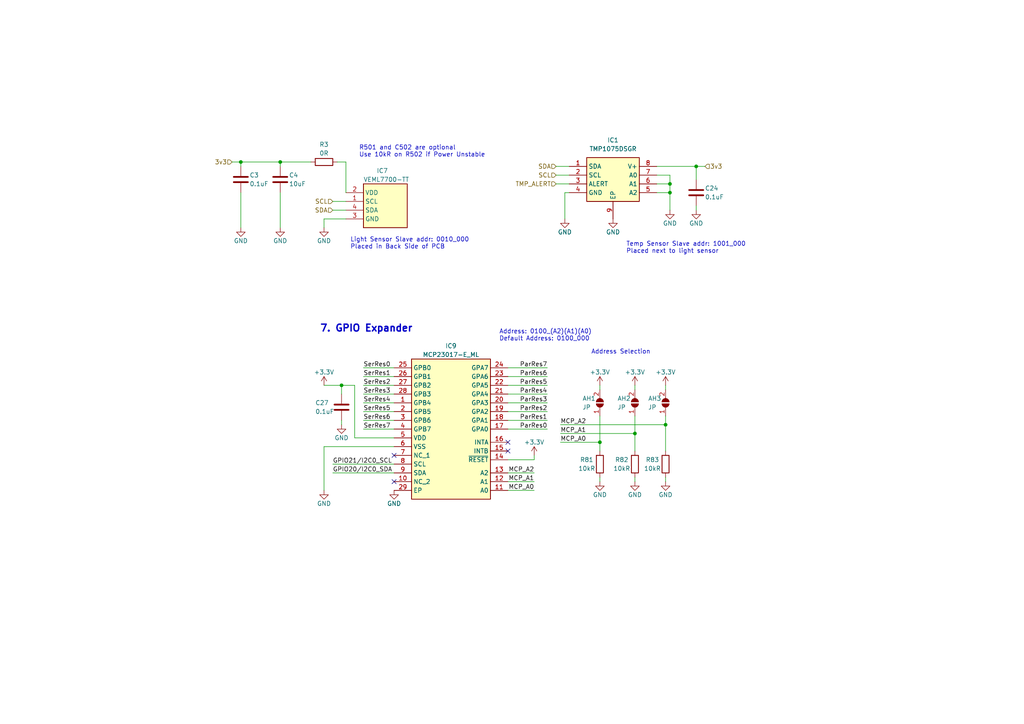
<source format=kicad_sch>
(kicad_sch (version 20230121) (generator eeschema)

  (uuid d9048cec-8a0a-4134-9f79-f35fa5f46baa)

  (paper "A4")

  (lib_symbols
    (symbol "Device:C" (pin_numbers hide) (pin_names (offset 0.254)) (in_bom yes) (on_board yes)
      (property "Reference" "C" (at 0.635 2.54 0)
        (effects (font (size 1.27 1.27)) (justify left))
      )
      (property "Value" "C" (at 0.635 -2.54 0)
        (effects (font (size 1.27 1.27)) (justify left))
      )
      (property "Footprint" "" (at 0.9652 -3.81 0)
        (effects (font (size 1.27 1.27)) hide)
      )
      (property "Datasheet" "~" (at 0 0 0)
        (effects (font (size 1.27 1.27)) hide)
      )
      (property "ki_keywords" "cap capacitor" (at 0 0 0)
        (effects (font (size 1.27 1.27)) hide)
      )
      (property "ki_description" "Unpolarized capacitor" (at 0 0 0)
        (effects (font (size 1.27 1.27)) hide)
      )
      (property "ki_fp_filters" "C_*" (at 0 0 0)
        (effects (font (size 1.27 1.27)) hide)
      )
      (symbol "C_0_1"
        (polyline
          (pts
            (xy -2.032 -0.762)
            (xy 2.032 -0.762)
          )
          (stroke (width 0.508) (type default))
          (fill (type none))
        )
        (polyline
          (pts
            (xy -2.032 0.762)
            (xy 2.032 0.762)
          )
          (stroke (width 0.508) (type default))
          (fill (type none))
        )
      )
      (symbol "C_1_1"
        (pin passive line (at 0 3.81 270) (length 2.794)
          (name "~" (effects (font (size 1.27 1.27))))
          (number "1" (effects (font (size 1.27 1.27))))
        )
        (pin passive line (at 0 -3.81 90) (length 2.794)
          (name "~" (effects (font (size 1.27 1.27))))
          (number "2" (effects (font (size 1.27 1.27))))
        )
      )
    )
    (symbol "Device:R" (pin_numbers hide) (pin_names (offset 0)) (in_bom yes) (on_board yes)
      (property "Reference" "R" (at 2.032 0 90)
        (effects (font (size 1.27 1.27)))
      )
      (property "Value" "R" (at 0 0 90)
        (effects (font (size 1.27 1.27)))
      )
      (property "Footprint" "" (at -1.778 0 90)
        (effects (font (size 1.27 1.27)) hide)
      )
      (property "Datasheet" "~" (at 0 0 0)
        (effects (font (size 1.27 1.27)) hide)
      )
      (property "ki_keywords" "R res resistor" (at 0 0 0)
        (effects (font (size 1.27 1.27)) hide)
      )
      (property "ki_description" "Resistor" (at 0 0 0)
        (effects (font (size 1.27 1.27)) hide)
      )
      (property "ki_fp_filters" "R_*" (at 0 0 0)
        (effects (font (size 1.27 1.27)) hide)
      )
      (symbol "R_0_1"
        (rectangle (start -1.016 -2.54) (end 1.016 2.54)
          (stroke (width 0.254) (type default))
          (fill (type none))
        )
      )
      (symbol "R_1_1"
        (pin passive line (at 0 3.81 270) (length 1.27)
          (name "~" (effects (font (size 1.27 1.27))))
          (number "1" (effects (font (size 1.27 1.27))))
        )
        (pin passive line (at 0 -3.81 90) (length 1.27)
          (name "~" (effects (font (size 1.27 1.27))))
          (number "2" (effects (font (size 1.27 1.27))))
        )
      )
    )
    (symbol "Jumper:SolderJumper_2_Open" (pin_names (offset 0) hide) (in_bom yes) (on_board yes)
      (property "Reference" "JP" (at 0 2.032 0)
        (effects (font (size 1.27 1.27)))
      )
      (property "Value" "SolderJumper_2_Open" (at 0 -2.54 0)
        (effects (font (size 1.27 1.27)))
      )
      (property "Footprint" "" (at 0 0 0)
        (effects (font (size 1.27 1.27)) hide)
      )
      (property "Datasheet" "~" (at 0 0 0)
        (effects (font (size 1.27 1.27)) hide)
      )
      (property "ki_keywords" "solder jumper SPST" (at 0 0 0)
        (effects (font (size 1.27 1.27)) hide)
      )
      (property "ki_description" "Solder Jumper, 2-pole, open" (at 0 0 0)
        (effects (font (size 1.27 1.27)) hide)
      )
      (property "ki_fp_filters" "SolderJumper*Open*" (at 0 0 0)
        (effects (font (size 1.27 1.27)) hide)
      )
      (symbol "SolderJumper_2_Open_0_1"
        (arc (start -0.254 1.016) (mid -1.2656 0) (end -0.254 -1.016)
          (stroke (width 0) (type default))
          (fill (type none))
        )
        (arc (start -0.254 1.016) (mid -1.2656 0) (end -0.254 -1.016)
          (stroke (width 0) (type default))
          (fill (type outline))
        )
        (polyline
          (pts
            (xy -0.254 1.016)
            (xy -0.254 -1.016)
          )
          (stroke (width 0) (type default))
          (fill (type none))
        )
        (polyline
          (pts
            (xy 0.254 1.016)
            (xy 0.254 -1.016)
          )
          (stroke (width 0) (type default))
          (fill (type none))
        )
        (arc (start 0.254 -1.016) (mid 1.2656 0) (end 0.254 1.016)
          (stroke (width 0) (type default))
          (fill (type none))
        )
        (arc (start 0.254 -1.016) (mid 1.2656 0) (end 0.254 1.016)
          (stroke (width 0) (type default))
          (fill (type outline))
        )
      )
      (symbol "SolderJumper_2_Open_1_1"
        (pin passive line (at -3.81 0 0) (length 2.54)
          (name "A" (effects (font (size 1.27 1.27))))
          (number "1" (effects (font (size 1.27 1.27))))
        )
        (pin passive line (at 3.81 0 180) (length 2.54)
          (name "B" (effects (font (size 1.27 1.27))))
          (number "2" (effects (font (size 1.27 1.27))))
        )
      )
    )
    (symbol "MCP23017-E_ML:MCP23017-E_ML" (in_bom yes) (on_board yes)
      (property "Reference" "IC1" (at 16.51 13.97 0)
        (effects (font (size 1.27 1.27)))
      )
      (property "Value" "MCP23017-E_ML" (at 16.51 11.43 0)
        (effects (font (size 1.27 1.27)))
      )
      (property "Footprint" "MCP23017-E_ML:QFN65P600X600X100-29N-D" (at 29.21 -87.3 0)
        (effects (font (size 1.27 1.27)) (justify left top) hide)
      )
      (property "Datasheet" "https://datasheet.datasheetarchive.com/originals/distributors/SFDatasheet-4/sf-00090057.pdf" (at 29.21 -187.3 0)
        (effects (font (size 1.27 1.27)) (justify left top) hide)
      )
      (property "Height" "1" (at 29.21 -387.3 0)
        (effects (font (size 1.27 1.27)) (justify left top) hide)
      )
      (property "Mouser Part Number" "579-MCP23017-E/ML" (at 29.21 -487.3 0)
        (effects (font (size 1.27 1.27)) (justify left top) hide)
      )
      (property "Mouser Price/Stock" "https://www.mouser.co.uk/ProductDetail/Microchip-Technology/MCP23017-E-ML?qs=usxtMOJb1RwOdfCNDE63wQ%3D%3D" (at 29.21 -587.3 0)
        (effects (font (size 1.27 1.27)) (justify left top) hide)
      )
      (property "Manufacturer_Name" "Microchip" (at 29.21 -687.3 0)
        (effects (font (size 1.27 1.27)) (justify left top) hide)
      )
      (property "Manufacturer_Part_Number" "MCP23017-E/ML" (at 29.21 -787.3 0)
        (effects (font (size 1.27 1.27)) (justify left top) hide)
      )
      (property "ki_description" "16-bit Input/Output Expander, I2C" (at 0 0 0)
        (effects (font (size 1.27 1.27)) hide)
      )
      (symbol "MCP23017-E_ML_1_1"
        (rectangle (start 5.08 10.16) (end 27.94 -30.48)
          (stroke (width 0.254) (type default))
          (fill (type background))
        )
        (pin passive line (at 0 -2.54 0) (length 5.08)
          (name "GPB4" (effects (font (size 1.27 1.27))))
          (number "1" (effects (font (size 1.27 1.27))))
        )
        (pin passive line (at 0 -25.4 0) (length 5.08)
          (name "NC_2" (effects (font (size 1.27 1.27))))
          (number "10" (effects (font (size 1.27 1.27))))
        )
        (pin passive line (at 33.02 -27.94 180) (length 5.08)
          (name "A0" (effects (font (size 1.27 1.27))))
          (number "11" (effects (font (size 1.27 1.27))))
        )
        (pin passive line (at 33.02 -25.4 180) (length 5.08)
          (name "A1" (effects (font (size 1.27 1.27))))
          (number "12" (effects (font (size 1.27 1.27))))
        )
        (pin passive line (at 33.02 -22.86 180) (length 5.08)
          (name "A2" (effects (font (size 1.27 1.27))))
          (number "13" (effects (font (size 1.27 1.27))))
        )
        (pin passive line (at 33.02 -19.05 180) (length 5.08)
          (name "~{RESET}" (effects (font (size 1.27 1.27))))
          (number "14" (effects (font (size 1.27 1.27))))
        )
        (pin passive line (at 33.02 -16.51 180) (length 5.08)
          (name "INTB" (effects (font (size 1.27 1.27))))
          (number "15" (effects (font (size 1.27 1.27))))
        )
        (pin passive line (at 33.02 -13.97 180) (length 5.08)
          (name "INTA" (effects (font (size 1.27 1.27))))
          (number "16" (effects (font (size 1.27 1.27))))
        )
        (pin passive line (at 33.02 -10.16 180) (length 5.08)
          (name "GPA0" (effects (font (size 1.27 1.27))))
          (number "17" (effects (font (size 1.27 1.27))))
        )
        (pin passive line (at 33.02 -7.62 180) (length 5.08)
          (name "GPA1" (effects (font (size 1.27 1.27))))
          (number "18" (effects (font (size 1.27 1.27))))
        )
        (pin passive line (at 33.02 -5.08 180) (length 5.08)
          (name "GPA2" (effects (font (size 1.27 1.27))))
          (number "19" (effects (font (size 1.27 1.27))))
        )
        (pin passive line (at 0 -5.08 0) (length 5.08)
          (name "GPB5" (effects (font (size 1.27 1.27))))
          (number "2" (effects (font (size 1.27 1.27))))
        )
        (pin passive line (at 33.02 -2.54 180) (length 5.08)
          (name "GPA3" (effects (font (size 1.27 1.27))))
          (number "20" (effects (font (size 1.27 1.27))))
        )
        (pin passive line (at 33.02 0 180) (length 5.08)
          (name "GPA4" (effects (font (size 1.27 1.27))))
          (number "21" (effects (font (size 1.27 1.27))))
        )
        (pin passive line (at 33.02 2.54 180) (length 5.08)
          (name "GPA5" (effects (font (size 1.27 1.27))))
          (number "22" (effects (font (size 1.27 1.27))))
        )
        (pin passive line (at 33.02 5.08 180) (length 5.08)
          (name "GPA6" (effects (font (size 1.27 1.27))))
          (number "23" (effects (font (size 1.27 1.27))))
        )
        (pin passive line (at 33.02 7.62 180) (length 5.08)
          (name "GPA7" (effects (font (size 1.27 1.27))))
          (number "24" (effects (font (size 1.27 1.27))))
        )
        (pin passive line (at 0 7.62 0) (length 5.08)
          (name "GPB0" (effects (font (size 1.27 1.27))))
          (number "25" (effects (font (size 1.27 1.27))))
        )
        (pin passive line (at 0 5.08 0) (length 5.08)
          (name "GPB1" (effects (font (size 1.27 1.27))))
          (number "26" (effects (font (size 1.27 1.27))))
        )
        (pin passive line (at 0 2.54 0) (length 5.08)
          (name "GPB2" (effects (font (size 1.27 1.27))))
          (number "27" (effects (font (size 1.27 1.27))))
        )
        (pin passive line (at 0 0 0) (length 5.08)
          (name "GPB3" (effects (font (size 1.27 1.27))))
          (number "28" (effects (font (size 1.27 1.27))))
        )
        (pin passive line (at 0 -27.94 0) (length 5.08)
          (name "EP" (effects (font (size 1.27 1.27))))
          (number "29" (effects (font (size 1.27 1.27))))
        )
        (pin passive line (at 0 -7.62 0) (length 5.08)
          (name "GPB6" (effects (font (size 1.27 1.27))))
          (number "3" (effects (font (size 1.27 1.27))))
        )
        (pin passive line (at 0 -10.16 0) (length 5.08)
          (name "GPB7" (effects (font (size 1.27 1.27))))
          (number "4" (effects (font (size 1.27 1.27))))
        )
        (pin passive line (at 0 -12.7 0) (length 5.08)
          (name "VDD" (effects (font (size 1.27 1.27))))
          (number "5" (effects (font (size 1.27 1.27))))
        )
        (pin passive line (at 0 -15.24 0) (length 5.08)
          (name "VSS" (effects (font (size 1.27 1.27))))
          (number "6" (effects (font (size 1.27 1.27))))
        )
        (pin passive line (at 0 -17.78 0) (length 5.08)
          (name "NC_1" (effects (font (size 1.27 1.27))))
          (number "7" (effects (font (size 1.27 1.27))))
        )
        (pin passive line (at 0 -20.32 0) (length 5.08)
          (name "SCL" (effects (font (size 1.27 1.27))))
          (number "8" (effects (font (size 1.27 1.27))))
        )
        (pin passive line (at 0 -22.86 0) (length 5.08)
          (name "SDA" (effects (font (size 1.27 1.27))))
          (number "9" (effects (font (size 1.27 1.27))))
        )
      )
    )
    (symbol "TMP1075DSGR:TMP1075DSGR" (in_bom yes) (on_board yes)
      (property "Reference" "IC2" (at 12.7 6.35 0)
        (effects (font (size 1.27 1.27)))
      )
      (property "Value" "TMP1075DSGR" (at 12.7 3.81 0)
        (effects (font (size 1.27 1.27)))
      )
      (property "Footprint" "TMP1075DSGR:SON50P200X200X80-9N" (at 26.67 -94.92 0)
        (effects (font (size 1.27 1.27)) (justify left top) hide)
      )
      (property "Datasheet" "http://www.ti.com/lit/ds/symlink/tmp1075.pdf" (at 26.67 -194.92 0)
        (effects (font (size 1.27 1.27)) (justify left top) hide)
      )
      (property "Height" "0.8" (at 26.67 -394.92 0)
        (effects (font (size 1.27 1.27)) (justify left top) hide)
      )
      (property "Mouser Part Number" "595-TMP1075DSGR" (at 26.67 -494.92 0)
        (effects (font (size 1.27 1.27)) (justify left top) hide)
      )
      (property "Mouser Price/Stock" "https://www.mouser.co.uk/ProductDetail/Texas-Instruments/TMP1075DSGR?qs=gZXFycFWdAOidBdJW42bRw%3D%3D" (at 26.67 -594.92 0)
        (effects (font (size 1.27 1.27)) (justify left top) hide)
      )
      (property "Manufacturer_Name" "Texas Instruments" (at 26.67 -694.92 0)
        (effects (font (size 1.27 1.27)) (justify left top) hide)
      )
      (property "Manufacturer_Part_Number" "TMP1075DSGR" (at 26.67 -794.92 0)
        (effects (font (size 1.27 1.27)) (justify left top) hide)
      )
      (property "ki_description" "High-accuracy upgrade to industry standard LM75 / TMP75 I2C temperature sensor" (at 0 0 0)
        (effects (font (size 1.27 1.27)) hide)
      )
      (symbol "TMP1075DSGR_1_1"
        (rectangle (start 5.08 2.54) (end 20.32 -10.16)
          (stroke (width 0.254) (type default))
          (fill (type background))
        )
        (pin passive line (at 0 0 0) (length 5.08)
          (name "SDA" (effects (font (size 1.27 1.27))))
          (number "1" (effects (font (size 1.27 1.27))))
        )
        (pin passive line (at 0 -2.54 0) (length 5.08)
          (name "SCL" (effects (font (size 1.27 1.27))))
          (number "2" (effects (font (size 1.27 1.27))))
        )
        (pin passive line (at 0 -5.08 0) (length 5.08)
          (name "ALERT" (effects (font (size 1.27 1.27))))
          (number "3" (effects (font (size 1.27 1.27))))
        )
        (pin passive line (at 0 -7.62 0) (length 5.08)
          (name "GND" (effects (font (size 1.27 1.27))))
          (number "4" (effects (font (size 1.27 1.27))))
        )
        (pin passive line (at 25.4 -7.62 180) (length 5.08)
          (name "A2" (effects (font (size 1.27 1.27))))
          (number "5" (effects (font (size 1.27 1.27))))
        )
        (pin passive line (at 25.4 -5.08 180) (length 5.08)
          (name "A1" (effects (font (size 1.27 1.27))))
          (number "6" (effects (font (size 1.27 1.27))))
        )
        (pin passive line (at 25.4 -2.54 180) (length 5.08)
          (name "A0" (effects (font (size 1.27 1.27))))
          (number "7" (effects (font (size 1.27 1.27))))
        )
        (pin passive line (at 25.4 0 180) (length 5.08)
          (name "V+" (effects (font (size 1.27 1.27))))
          (number "8" (effects (font (size 1.27 1.27))))
        )
        (pin passive line (at 12.7 -15.24 90) (length 5.08)
          (name "EP" (effects (font (size 1.27 1.27))))
          (number "9" (effects (font (size 1.27 1.27))))
        )
      )
    )
    (symbol "VEML7700-TT:VEML7700-TT" (in_bom yes) (on_board yes)
      (property "Reference" "IC3" (at 19.05 -2.54 0)
        (effects (font (size 1.27 1.27)) (justify left))
      )
      (property "Value" "VEML7700-TT" (at 19.05 -5.08 0)
        (effects (font (size 1.27 1.27)) (justify left))
      )
      (property "Footprint" "VEML7700" (at 19.05 -94.92 0)
        (effects (font (size 1.27 1.27)) (justify left top) hide)
      )
      (property "Datasheet" "https://www.arrow.com/en/products/veml7700-tt/vishay" (at 19.05 -194.92 0)
        (effects (font (size 1.27 1.27)) (justify left top) hide)
      )
      (property "Height" "" (at 19.05 -394.92 0)
        (effects (font (size 1.27 1.27)) (justify left top) hide)
      )
      (property "Mouser Part Number" "78-VEML7700-TT" (at 19.05 -494.92 0)
        (effects (font (size 1.27 1.27)) (justify left top) hide)
      )
      (property "Mouser Price/Stock" "https://www.mouser.co.uk/ProductDetail/Vishay-Semiconductors/VEML7700-TT?qs=BcfjnG7NVaXdL6DJFdWbdw%3D%3D" (at 19.05 -594.92 0)
        (effects (font (size 1.27 1.27)) (justify left top) hide)
      )
      (property "Manufacturer_Name" "Vishay" (at 19.05 -694.92 0)
        (effects (font (size 1.27 1.27)) (justify left top) hide)
      )
      (property "Manufacturer_Part_Number" "VEML7700-TT" (at 19.05 -794.92 0)
        (effects (font (size 1.27 1.27)) (justify left top) hide)
      )
      (property "ki_description" "16Bit Ambient Light Sensor I2C 6.8x2.3mm" (at 0 0 0)
        (effects (font (size 1.27 1.27)) hide)
      )
      (symbol "VEML7700-TT_1_1"
        (rectangle (start 5.08 2.54) (end 17.78 -10.16)
          (stroke (width 0.254) (type default))
          (fill (type background))
        )
        (pin passive line (at 0 -2.54 0) (length 5.08)
          (name "SCL" (effects (font (size 1.27 1.27))))
          (number "1" (effects (font (size 1.27 1.27))))
        )
        (pin passive line (at 0 0 0) (length 5.08)
          (name "VDD" (effects (font (size 1.27 1.27))))
          (number "2" (effects (font (size 1.27 1.27))))
        )
        (pin passive line (at 0 -7.62 0) (length 5.08)
          (name "GND" (effects (font (size 1.27 1.27))))
          (number "3" (effects (font (size 1.27 1.27))))
        )
        (pin passive line (at 0 -5.08 0) (length 5.08)
          (name "SDA" (effects (font (size 1.27 1.27))))
          (number "4" (effects (font (size 1.27 1.27))))
        )
      )
    )
    (symbol "power:+3.3V" (power) (pin_names (offset 0)) (in_bom yes) (on_board yes)
      (property "Reference" "#PWR" (at 0 -3.81 0)
        (effects (font (size 1.27 1.27)) hide)
      )
      (property "Value" "+3.3V" (at 0 3.556 0)
        (effects (font (size 1.27 1.27)))
      )
      (property "Footprint" "" (at 0 0 0)
        (effects (font (size 1.27 1.27)) hide)
      )
      (property "Datasheet" "" (at 0 0 0)
        (effects (font (size 1.27 1.27)) hide)
      )
      (property "ki_keywords" "global power" (at 0 0 0)
        (effects (font (size 1.27 1.27)) hide)
      )
      (property "ki_description" "Power symbol creates a global label with name \"+3.3V\"" (at 0 0 0)
        (effects (font (size 1.27 1.27)) hide)
      )
      (symbol "+3.3V_0_1"
        (polyline
          (pts
            (xy -0.762 1.27)
            (xy 0 2.54)
          )
          (stroke (width 0) (type default))
          (fill (type none))
        )
        (polyline
          (pts
            (xy 0 0)
            (xy 0 2.54)
          )
          (stroke (width 0) (type default))
          (fill (type none))
        )
        (polyline
          (pts
            (xy 0 2.54)
            (xy 0.762 1.27)
          )
          (stroke (width 0) (type default))
          (fill (type none))
        )
      )
      (symbol "+3.3V_1_1"
        (pin power_in line (at 0 0 90) (length 0) hide
          (name "+3.3V" (effects (font (size 1.27 1.27))))
          (number "1" (effects (font (size 1.27 1.27))))
        )
      )
    )
    (symbol "power:GND" (power) (pin_names (offset 0)) (in_bom yes) (on_board yes)
      (property "Reference" "#PWR" (at 0 -6.35 0)
        (effects (font (size 1.27 1.27)) hide)
      )
      (property "Value" "GND" (at 0 -3.81 0)
        (effects (font (size 1.27 1.27)))
      )
      (property "Footprint" "" (at 0 0 0)
        (effects (font (size 1.27 1.27)) hide)
      )
      (property "Datasheet" "" (at 0 0 0)
        (effects (font (size 1.27 1.27)) hide)
      )
      (property "ki_keywords" "global power" (at 0 0 0)
        (effects (font (size 1.27 1.27)) hide)
      )
      (property "ki_description" "Power symbol creates a global label with name \"GND\" , ground" (at 0 0 0)
        (effects (font (size 1.27 1.27)) hide)
      )
      (symbol "GND_0_1"
        (polyline
          (pts
            (xy 0 0)
            (xy 0 -1.27)
            (xy 1.27 -1.27)
            (xy 0 -2.54)
            (xy -1.27 -1.27)
            (xy 0 -1.27)
          )
          (stroke (width 0) (type default))
          (fill (type none))
        )
      )
      (symbol "GND_1_1"
        (pin power_in line (at 0 0 270) (length 0) hide
          (name "GND" (effects (font (size 1.27 1.27))))
          (number "1" (effects (font (size 1.27 1.27))))
        )
      )
    )
  )

  (junction (at 184.15 125.73) (diameter 0) (color 0 0 0 0)
    (uuid 1286c6b5-9dbf-4351-80ee-b974adb305e6)
  )
  (junction (at 99.06 111.76) (diameter 0) (color 0 0 0 0)
    (uuid 50110e2e-5826-4028-a0b4-08b29e3ff92b)
  )
  (junction (at 194.31 53.34) (diameter 0) (color 0 0 0 0)
    (uuid 6f9d7b85-99f7-4f37-a666-a51216b5c06b)
  )
  (junction (at 193.04 123.19) (diameter 0) (color 0 0 0 0)
    (uuid 7389bd2e-dbcc-4533-a878-db709346e91b)
  )
  (junction (at 81.28 46.99) (diameter 0) (color 0 0 0 0)
    (uuid 7b2150fb-61de-442f-9573-d64405b8faca)
  )
  (junction (at 201.93 48.26) (diameter 0) (color 0 0 0 0)
    (uuid 99c1a115-2bb5-48f1-af54-7c2670101244)
  )
  (junction (at 69.85 46.99) (diameter 0) (color 0 0 0 0)
    (uuid 9c64bf4b-c99e-42ae-a1e2-4c18919aa92f)
  )
  (junction (at 194.31 55.88) (diameter 0) (color 0 0 0 0)
    (uuid a9eade42-5c97-45b3-8e6a-ace6329aca07)
  )
  (junction (at 173.99 128.27) (diameter 0) (color 0 0 0 0)
    (uuid b719205d-5f5a-42e8-8441-2b1e2a4d5040)
  )

  (no_connect (at 114.3 139.7) (uuid 0bb58abe-54ee-4867-a492-1509f49a089d))
  (no_connect (at 114.3 132.08) (uuid 60f8acbb-7095-46f8-a15a-090d13b27932))
  (no_connect (at 147.32 128.27) (uuid 6466b16b-72a6-47b5-afc5-fa071796225d))
  (no_connect (at 147.32 130.81) (uuid b44051c5-a5dd-4a7d-ac0b-4b49306176ad))

  (wire (pts (xy 184.15 111.76) (xy 184.15 113.03))
    (stroke (width 0) (type default))
    (uuid 067d3608-9a64-459b-8ea8-824e6cc6557b)
  )
  (wire (pts (xy 158.75 106.68) (xy 147.32 106.68))
    (stroke (width 0) (type default))
    (uuid 0d827aad-3316-46f9-97ec-0a93b509ec43)
  )
  (wire (pts (xy 69.85 55.88) (xy 69.85 66.04))
    (stroke (width 0) (type default))
    (uuid 10dc6e24-ad24-4ade-acbf-56ad5c6be666)
  )
  (wire (pts (xy 158.75 124.46) (xy 147.32 124.46))
    (stroke (width 0) (type default))
    (uuid 110fb029-5934-4ba5-aad0-757aa36671e5)
  )
  (wire (pts (xy 69.85 46.99) (xy 81.28 46.99))
    (stroke (width 0) (type default))
    (uuid 1322b93b-d7e5-4d97-9b02-686ae7c743da)
  )
  (wire (pts (xy 105.41 119.38) (xy 114.3 119.38))
    (stroke (width 0) (type default))
    (uuid 153013d3-086b-4e81-981a-cafc314cf21d)
  )
  (wire (pts (xy 190.5 50.8) (xy 194.31 50.8))
    (stroke (width 0) (type default))
    (uuid 1824c99d-1a21-4a8d-b42e-d6013cb7689d)
  )
  (wire (pts (xy 184.15 139.7) (xy 184.15 138.43))
    (stroke (width 0) (type default))
    (uuid 1b50fd76-2c09-4266-8782-aba95707d023)
  )
  (wire (pts (xy 147.32 137.16) (xy 154.94 137.16))
    (stroke (width 0) (type default))
    (uuid 212db1d2-a20e-496c-810e-69a081f0c86b)
  )
  (wire (pts (xy 96.52 58.42) (xy 100.33 58.42))
    (stroke (width 0) (type default))
    (uuid 218bd9f0-37cb-4f1c-8109-d8744b17a26a)
  )
  (wire (pts (xy 201.93 59.69) (xy 201.93 60.96))
    (stroke (width 0) (type default))
    (uuid 2839e9b8-ac1b-4ad1-a57e-36214998b0d5)
  )
  (wire (pts (xy 96.52 60.96) (xy 100.33 60.96))
    (stroke (width 0) (type default))
    (uuid 2a72d3a1-f400-4af3-94bc-6e3b447f92ab)
  )
  (wire (pts (xy 96.52 134.62) (xy 114.3 134.62))
    (stroke (width 0) (type default))
    (uuid 2c74a700-3638-4d9e-ada5-757acb072064)
  )
  (wire (pts (xy 105.41 106.68) (xy 114.3 106.68))
    (stroke (width 0) (type default))
    (uuid 32293bc7-f536-4066-8ea9-5ab2e4a3aca3)
  )
  (wire (pts (xy 114.3 129.54) (xy 93.98 129.54))
    (stroke (width 0) (type default))
    (uuid 370a8059-2a1c-403f-af25-d366b65b3a5a)
  )
  (wire (pts (xy 193.04 111.76) (xy 193.04 113.03))
    (stroke (width 0) (type default))
    (uuid 3b0964c5-e206-43ee-beab-255f91eb0fd5)
  )
  (wire (pts (xy 158.75 116.84) (xy 147.32 116.84))
    (stroke (width 0) (type default))
    (uuid 3c4cf9e2-4fe7-4d9c-a279-37a84f4b8cbc)
  )
  (wire (pts (xy 162.56 125.73) (xy 184.15 125.73))
    (stroke (width 0) (type default))
    (uuid 3d32ad07-09ad-4232-a392-e99e74de3eaf)
  )
  (wire (pts (xy 184.15 120.65) (xy 184.15 125.73))
    (stroke (width 0) (type default))
    (uuid 40335d2a-c1ab-418a-ba9d-8eccec2a26c1)
  )
  (wire (pts (xy 193.04 139.7) (xy 193.04 138.43))
    (stroke (width 0) (type default))
    (uuid 4194fdcc-af71-40b1-8b44-e4c7bbea8eb6)
  )
  (wire (pts (xy 201.93 48.26) (xy 201.93 52.07))
    (stroke (width 0) (type default))
    (uuid 42e9d713-04b8-434b-a232-434b94bff237)
  )
  (wire (pts (xy 194.31 55.88) (xy 194.31 60.96))
    (stroke (width 0) (type default))
    (uuid 45f57f32-4320-465f-a18f-94f04c0ebbd9)
  )
  (wire (pts (xy 105.41 124.46) (xy 114.3 124.46))
    (stroke (width 0) (type default))
    (uuid 470cd334-2d5c-44e5-98ac-64f32505ccf5)
  )
  (wire (pts (xy 100.33 63.5) (xy 93.98 63.5))
    (stroke (width 0) (type default))
    (uuid 473b9e80-6252-409c-8a57-15a814dfed8e)
  )
  (wire (pts (xy 93.98 129.54) (xy 93.98 142.24))
    (stroke (width 0) (type default))
    (uuid 47f17d3d-3a91-4698-a8d2-53ccfe8a1002)
  )
  (wire (pts (xy 105.41 111.76) (xy 114.3 111.76))
    (stroke (width 0) (type default))
    (uuid 49b0d773-f8f7-4e80-bc6f-6d3b1d1bd9bc)
  )
  (wire (pts (xy 102.87 111.76) (xy 99.06 111.76))
    (stroke (width 0) (type default))
    (uuid 514ff1dc-0187-4501-8a9f-872699579481)
  )
  (wire (pts (xy 161.29 53.34) (xy 165.1 53.34))
    (stroke (width 0) (type default))
    (uuid 53bae640-5f63-4967-8ed9-ae1677dca2d5)
  )
  (wire (pts (xy 201.93 48.26) (xy 204.47 48.26))
    (stroke (width 0) (type default))
    (uuid 5ce652b9-b37f-4bd3-a514-92d94ab62ddb)
  )
  (wire (pts (xy 96.52 137.16) (xy 114.3 137.16))
    (stroke (width 0) (type default))
    (uuid 5eefee01-7340-494a-ac8c-b40b2c9c5dd5)
  )
  (wire (pts (xy 194.31 53.34) (xy 194.31 55.88))
    (stroke (width 0) (type default))
    (uuid 6a369b0f-5de9-49d6-88cb-78a848d22a49)
  )
  (wire (pts (xy 81.28 46.99) (xy 90.17 46.99))
    (stroke (width 0) (type default))
    (uuid 6e16e378-3482-4bf0-9bf5-e1bb23366474)
  )
  (wire (pts (xy 173.99 128.27) (xy 173.99 130.81))
    (stroke (width 0) (type default))
    (uuid 6fa89d23-4c29-499b-b207-0b016d7fac16)
  )
  (wire (pts (xy 161.29 50.8) (xy 165.1 50.8))
    (stroke (width 0) (type default))
    (uuid 7251e3d1-92bc-4eed-bbb1-f651be97ece7)
  )
  (wire (pts (xy 190.5 48.26) (xy 201.93 48.26))
    (stroke (width 0) (type default))
    (uuid 79957bdf-d278-4707-b13d-7c304dec4f6c)
  )
  (wire (pts (xy 67.31 46.99) (xy 69.85 46.99))
    (stroke (width 0) (type default))
    (uuid 83c9aca3-e5e9-4dd9-af37-a94850946657)
  )
  (wire (pts (xy 173.99 111.76) (xy 173.99 113.03))
    (stroke (width 0) (type default))
    (uuid 84280f3d-f45c-41a4-93ac-816889d9461d)
  )
  (wire (pts (xy 105.41 121.92) (xy 114.3 121.92))
    (stroke (width 0) (type default))
    (uuid 89957980-9ce5-48f0-a5d0-8d4ba939b52b)
  )
  (wire (pts (xy 99.06 121.92) (xy 99.06 123.19))
    (stroke (width 0) (type default))
    (uuid 8a796cf8-61cb-497a-8bb6-5ca3b933d938)
  )
  (wire (pts (xy 173.99 139.7) (xy 173.99 138.43))
    (stroke (width 0) (type default))
    (uuid 8b99218c-12fc-4a1e-877a-c115780d8f38)
  )
  (wire (pts (xy 165.1 55.88) (xy 163.83 55.88))
    (stroke (width 0) (type default))
    (uuid 91355a64-0d84-42ea-b661-0f68440815b0)
  )
  (wire (pts (xy 163.83 55.88) (xy 163.83 63.5))
    (stroke (width 0) (type default))
    (uuid 913a4513-f3b1-4003-831d-22add0024116)
  )
  (wire (pts (xy 190.5 55.88) (xy 194.31 55.88))
    (stroke (width 0) (type default))
    (uuid 95d238e1-0e4d-4bb8-8689-9db35db3e7ff)
  )
  (wire (pts (xy 102.87 111.76) (xy 102.87 127))
    (stroke (width 0) (type default))
    (uuid 999455e5-e2b6-40ea-8ee5-653bd069190b)
  )
  (wire (pts (xy 105.41 109.22) (xy 114.3 109.22))
    (stroke (width 0) (type default))
    (uuid a0052700-85c7-4cf8-a2a0-9d5f9c755c9e)
  )
  (wire (pts (xy 161.29 48.26) (xy 165.1 48.26))
    (stroke (width 0) (type default))
    (uuid a06e8618-8665-41c9-b6fa-76ab2b9c5006)
  )
  (wire (pts (xy 162.56 123.19) (xy 193.04 123.19))
    (stroke (width 0) (type default))
    (uuid a2be8d68-6f79-4293-9de1-05c4b616579a)
  )
  (wire (pts (xy 100.33 46.99) (xy 97.79 46.99))
    (stroke (width 0) (type default))
    (uuid a38275e6-efb5-47f2-92aa-634cb2b65c69)
  )
  (wire (pts (xy 93.98 63.5) (xy 93.98 66.04))
    (stroke (width 0) (type default))
    (uuid a5c5021b-f471-4276-b4ff-178adab82734)
  )
  (wire (pts (xy 147.32 142.24) (xy 154.94 142.24))
    (stroke (width 0) (type default))
    (uuid a9eb98e5-9959-445f-aa4f-2ed7671eff8d)
  )
  (wire (pts (xy 184.15 125.73) (xy 184.15 130.81))
    (stroke (width 0) (type default))
    (uuid aa180e60-1c7c-43e5-a2a5-59e17dc37da5)
  )
  (wire (pts (xy 69.85 46.99) (xy 69.85 48.26))
    (stroke (width 0) (type default))
    (uuid b0418784-093a-4d2a-9e21-7dcd0d8fbdf3)
  )
  (wire (pts (xy 158.75 109.22) (xy 147.32 109.22))
    (stroke (width 0) (type default))
    (uuid b289718e-0adf-4f42-a6e2-5e5676fcfc0e)
  )
  (wire (pts (xy 158.75 119.38) (xy 147.32 119.38))
    (stroke (width 0) (type default))
    (uuid b7aeba04-ae48-4aab-a238-f72cbaef4051)
  )
  (wire (pts (xy 147.32 133.35) (xy 154.94 133.35))
    (stroke (width 0) (type default))
    (uuid bf0179a6-3403-41e8-8dd9-daaab5f1fff7)
  )
  (wire (pts (xy 81.28 46.99) (xy 81.28 48.26))
    (stroke (width 0) (type default))
    (uuid bfef70b7-e25b-465a-8b6d-54434c7d4dd2)
  )
  (wire (pts (xy 190.5 53.34) (xy 194.31 53.34))
    (stroke (width 0) (type default))
    (uuid c43b6f14-de91-4ce6-8023-f046d1db4205)
  )
  (wire (pts (xy 162.56 128.27) (xy 173.99 128.27))
    (stroke (width 0) (type default))
    (uuid c6fe05ad-0c82-4063-bd4c-d91215beb4d7)
  )
  (wire (pts (xy 100.33 46.99) (xy 100.33 55.88))
    (stroke (width 0) (type default))
    (uuid cab50dfb-d133-4149-82ec-21c6469fbdc8)
  )
  (wire (pts (xy 158.75 121.92) (xy 147.32 121.92))
    (stroke (width 0) (type default))
    (uuid d2f47648-2797-4492-9d17-fafb38369fe0)
  )
  (wire (pts (xy 158.75 114.3) (xy 147.32 114.3))
    (stroke (width 0) (type default))
    (uuid d4eae92c-7109-4da9-b7b7-151f7b0676c4)
  )
  (wire (pts (xy 147.32 139.7) (xy 154.94 139.7))
    (stroke (width 0) (type default))
    (uuid d768950b-8f73-4575-ae91-13b7c86577bc)
  )
  (wire (pts (xy 158.75 111.76) (xy 147.32 111.76))
    (stroke (width 0) (type default))
    (uuid d9b81046-6748-4801-ada9-219895d2b422)
  )
  (wire (pts (xy 99.06 114.3) (xy 99.06 111.76))
    (stroke (width 0) (type default))
    (uuid ddc0ebd8-7b59-4fd9-b793-5c24ce28cb48)
  )
  (wire (pts (xy 154.94 133.35) (xy 154.94 132.08))
    (stroke (width 0) (type default))
    (uuid dee1c455-c62d-4dae-9abb-0b4ab20fb4d7)
  )
  (wire (pts (xy 194.31 50.8) (xy 194.31 53.34))
    (stroke (width 0) (type default))
    (uuid e07d3922-7a32-42ef-bbad-b843a715c69f)
  )
  (wire (pts (xy 193.04 123.19) (xy 193.04 130.81))
    (stroke (width 0) (type default))
    (uuid e1bba776-f59e-460c-ac62-a478230cdd83)
  )
  (wire (pts (xy 81.28 55.88) (xy 81.28 66.04))
    (stroke (width 0) (type default))
    (uuid e6f4f357-15c7-4479-b9c2-1e2b2b5aa187)
  )
  (wire (pts (xy 173.99 120.65) (xy 173.99 128.27))
    (stroke (width 0) (type default))
    (uuid ed5fff04-0434-40f7-9eec-f40044481afa)
  )
  (wire (pts (xy 193.04 120.65) (xy 193.04 123.19))
    (stroke (width 0) (type default))
    (uuid f08c155a-2ad2-4885-ba2f-c19f93d43ad5)
  )
  (wire (pts (xy 105.41 114.3) (xy 114.3 114.3))
    (stroke (width 0) (type default))
    (uuid f1aeb021-ca20-453c-9a25-ef9a933a3c0c)
  )
  (wire (pts (xy 93.98 111.76) (xy 99.06 111.76))
    (stroke (width 0) (type default))
    (uuid f4396cd1-08d1-4ad8-b357-1ce6036a5443)
  )
  (wire (pts (xy 105.41 116.84) (xy 114.3 116.84))
    (stroke (width 0) (type default))
    (uuid f610b371-2a29-4eb9-8ede-a7d9aa9cdcd2)
  )
  (wire (pts (xy 114.3 127) (xy 102.87 127))
    (stroke (width 0) (type default))
    (uuid fe110024-3478-40f4-abf6-971c1bfb8aa9)
  )

  (text "Address Selection" (at 171.45 102.87 0)
    (effects (font (size 1.27 1.27)) (justify left bottom))
    (uuid 49a5c344-de4d-4b41-ae5b-040abd73e45e)
  )
  (text "Temp Sensor Slave addr: 1001_000\nPlaced next to light sensor"
    (at 181.61 73.66 0)
    (effects (font (size 1.27 1.27)) (justify left bottom))
    (uuid 5e689eb8-20ca-4608-b9e9-ee0b4ed44a2b)
  )
  (text "R501 and C502 are optional\nUse 10kR on R502 if Power Unstable"
    (at 104.14 45.72 0)
    (effects (font (size 1.27 1.27)) (justify left bottom))
    (uuid 5ee51a11-92cc-40e7-bbc4-df3d32677a5e)
  )
  (text "7. GPIO Expander" (at 92.71 96.52 0)
    (effects (font (size 2 2) (thickness 0.4) bold) (justify left bottom))
    (uuid 89f80b76-c1da-4072-846b-e933a1588bc7)
  )
  (text "Light Sensor Slave addr: 0010_000\nPlaced in Back Side of PCB"
    (at 101.6 72.39 0)
    (effects (font (size 1.27 1.27)) (justify left bottom))
    (uuid 9ceb706e-58f1-4d6a-bb13-551eacbf1b93)
  )
  (text "Address: 0100_(A2)(A1)(A0)\nDefault Address: 0100_000"
    (at 144.78 99.06 0)
    (effects (font (size 1.27 1.27)) (justify left bottom))
    (uuid a80213ea-af5d-49b6-9caf-7e301f5f3e09)
  )

  (label "MCP_A2" (at 162.56 123.19 0) (fields_autoplaced)
    (effects (font (size 1.27 1.27)) (justify left bottom))
    (uuid 23327b6d-fd74-4310-a9fb-42255b2085f2)
  )
  (label "ParRes7" (at 158.75 106.68 180) (fields_autoplaced)
    (effects (font (size 1.27 1.27)) (justify right bottom))
    (uuid 23aea7b1-9f88-4a43-a64c-3e808da65bec)
  )
  (label "ParRes4" (at 158.75 114.3 180) (fields_autoplaced)
    (effects (font (size 1.27 1.27)) (justify right bottom))
    (uuid 2e5a7e39-8e34-4560-b7e6-90c745941094)
  )
  (label "ParRes6" (at 158.75 109.22 180) (fields_autoplaced)
    (effects (font (size 1.27 1.27)) (justify right bottom))
    (uuid 3d7d1796-993e-41d2-8dfc-200f2e1f2b92)
  )
  (label "ParRes0" (at 158.75 124.46 180) (fields_autoplaced)
    (effects (font (size 1.27 1.27)) (justify right bottom))
    (uuid 403be20c-9437-4345-acf6-96c5c911b097)
  )
  (label "ParRes1" (at 158.75 121.92 180) (fields_autoplaced)
    (effects (font (size 1.27 1.27)) (justify right bottom))
    (uuid 43dca08c-2879-4020-8cea-c33baeb16dd0)
  )
  (label "SerRes1" (at 105.41 109.22 0) (fields_autoplaced)
    (effects (font (size 1.27 1.27)) (justify left bottom))
    (uuid 44bbe86b-c0ed-4975-ba8c-6ef53434cb91)
  )
  (label "MCP_A1" (at 154.94 139.7 180) (fields_autoplaced)
    (effects (font (size 1.27 1.27)) (justify right bottom))
    (uuid 45d73e29-0e85-4e67-bb3b-f4f920a9e0ec)
  )
  (label "MCP_A1" (at 162.56 125.73 0) (fields_autoplaced)
    (effects (font (size 1.27 1.27)) (justify left bottom))
    (uuid 53c8a5da-7504-4c8c-bdc6-2da66226f2eb)
  )
  (label "SerRes3" (at 105.41 114.3 0) (fields_autoplaced)
    (effects (font (size 1.27 1.27)) (justify left bottom))
    (uuid 5a23e3d2-4678-46e8-a188-8e421d7281d8)
  )
  (label "SerRes4" (at 105.41 116.84 0) (fields_autoplaced)
    (effects (font (size 1.27 1.27)) (justify left bottom))
    (uuid 7cbcf95c-9547-430e-ad00-bb4078315ff2)
  )
  (label "SerRes7" (at 105.41 124.46 0) (fields_autoplaced)
    (effects (font (size 1.27 1.27)) (justify left bottom))
    (uuid 80389b38-6a71-48b0-b305-2af7c75bfebc)
  )
  (label "SerRes0" (at 105.41 106.68 0) (fields_autoplaced)
    (effects (font (size 1.27 1.27)) (justify left bottom))
    (uuid 813ef4c4-9343-4422-ad25-997237f993c7)
  )
  (label "ParRes3" (at 158.75 116.84 180) (fields_autoplaced)
    (effects (font (size 1.27 1.27)) (justify right bottom))
    (uuid 83430297-1656-4997-993a-294ff386b1ee)
  )
  (label "MCP_A0" (at 162.56 128.27 0) (fields_autoplaced)
    (effects (font (size 1.27 1.27)) (justify left bottom))
    (uuid 94fcf0a0-762c-4ad5-9974-15c1d74af8c2)
  )
  (label "GPIO20{slash}I2C0_SDA" (at 96.52 137.16 0) (fields_autoplaced)
    (effects (font (size 1.27 1.27)) (justify left bottom))
    (uuid b43cf170-0dad-44be-b239-4ef168819de8)
  )
  (label "SerRes2" (at 105.41 111.76 0) (fields_autoplaced)
    (effects (font (size 1.27 1.27)) (justify left bottom))
    (uuid c1cca43d-d32e-44ce-ae22-0765f2610e88)
  )
  (label "MCP_A0" (at 154.94 142.24 180) (fields_autoplaced)
    (effects (font (size 1.27 1.27)) (justify right bottom))
    (uuid c786641f-4a1f-4c59-b52a-1ed8f5c6967d)
  )
  (label "MCP_A2" (at 154.94 137.16 180) (fields_autoplaced)
    (effects (font (size 1.27 1.27)) (justify right bottom))
    (uuid c857ca82-355f-4a9b-92ff-4ed78aed1f8b)
  )
  (label "ParRes2" (at 158.75 119.38 180) (fields_autoplaced)
    (effects (font (size 1.27 1.27)) (justify right bottom))
    (uuid d283b6fc-a849-418f-9e49-84cdc3e97704)
  )
  (label "ParRes5" (at 158.75 111.76 180) (fields_autoplaced)
    (effects (font (size 1.27 1.27)) (justify right bottom))
    (uuid e00b35d7-44f4-48e8-9128-ca8e4e09ecf7)
  )
  (label "SerRes6" (at 105.41 121.92 0) (fields_autoplaced)
    (effects (font (size 1.27 1.27)) (justify left bottom))
    (uuid f151f365-93b8-4ec4-bec5-5acc2cd5257b)
  )
  (label "GPIO21{slash}I2C0_SCL" (at 96.52 134.62 0) (fields_autoplaced)
    (effects (font (size 1.27 1.27)) (justify left bottom))
    (uuid f889b0d9-eee5-413f-8f27-8be916eaaf42)
  )
  (label "SerRes5" (at 105.41 119.38 0) (fields_autoplaced)
    (effects (font (size 1.27 1.27)) (justify left bottom))
    (uuid fa30cccc-b902-4fbc-980f-b12ac454203f)
  )

  (hierarchical_label "SCL" (shape input) (at 161.29 50.8 180) (fields_autoplaced)
    (effects (font (size 1.27 1.27)) (justify right))
    (uuid 80d67ae7-5271-400d-be45-be37fe10a805)
  )
  (hierarchical_label "SDA" (shape input) (at 161.29 48.26 180) (fields_autoplaced)
    (effects (font (size 1.27 1.27)) (justify right))
    (uuid 974eb094-0c81-4302-90aa-69263ae55aaa)
  )
  (hierarchical_label "SDA" (shape input) (at 96.52 60.96 180) (fields_autoplaced)
    (effects (font (size 1.27 1.27)) (justify right))
    (uuid ba3ef65b-4dcc-49c5-a6c8-0e0e913a0251)
  )
  (hierarchical_label "TMP_ALERT" (shape input) (at 161.29 53.34 180) (fields_autoplaced)
    (effects (font (size 1.27 1.27)) (justify right))
    (uuid c630d51e-934f-4031-971d-e2319cef33c4)
  )
  (hierarchical_label "3v3" (shape input) (at 204.47 48.26 0) (fields_autoplaced)
    (effects (font (size 1.27 1.27)) (justify left))
    (uuid e37e600a-7016-4dc6-8e44-f9f56b451ec3)
  )
  (hierarchical_label "3v3" (shape input) (at 67.31 46.99 180) (fields_autoplaced)
    (effects (font (size 1.27 1.27)) (justify right))
    (uuid fcb02723-696c-416c-b764-fbd71c370e1c)
  )
  (hierarchical_label "SCL" (shape input) (at 96.52 58.42 180) (fields_autoplaced)
    (effects (font (size 1.27 1.27)) (justify right))
    (uuid feb54354-ef20-47d4-9780-c4565935e675)
  )

  (symbol (lib_id "Jumper:SolderJumper_2_Open") (at 193.04 116.84 90) (unit 1)
    (in_bom yes) (on_board yes) (dnp no)
    (uuid 1f03e4d2-47de-4315-9f33-8f5016299432)
    (property "Reference" "AH3" (at 187.96 115.57 90)
      (effects (font (size 1.27 1.27)) (justify right))
    )
    (property "Value" "JP" (at 187.96 118.11 90)
      (effects (font (size 1.27 1.27)) (justify right))
    )
    (property "Footprint" "Jumper:SolderJumper-2_P1.3mm_Open_TrianglePad1.0x1.5mm" (at 193.04 116.84 0)
      (effects (font (size 1.27 1.27)) hide)
    )
    (property "Datasheet" "~" (at 193.04 116.84 0)
      (effects (font (size 1.27 1.27)) hide)
    )
    (pin "2" (uuid 141e8666-9e77-4970-8621-8ab6a965fc28))
    (pin "1" (uuid d9426437-6b23-4097-8b21-8711a3f4c2dc))
    (instances
      (project "SolarEnergyManager_v1.0"
        (path "/31384d59-52a3-4615-8015-e835fc0b8277/f122b4bb-af77-4169-bb77-c2e6bf9a3d7d"
          (reference "AH3") (unit 1)
        )
      )
    )
  )

  (symbol (lib_id "Device:C") (at 69.85 52.07 0) (unit 1)
    (in_bom yes) (on_board yes) (dnp no)
    (uuid 245bbd7d-9338-4e37-b8c7-7ef773d6546c)
    (property "Reference" "C3" (at 72.39 50.8 0)
      (effects (font (size 1.27 1.27)) (justify left))
    )
    (property "Value" "0.1uF" (at 72.39 53.34 0)
      (effects (font (size 1.27 1.27)) (justify left))
    )
    (property "Footprint" "Capacitor_SMD:C_0603_1608Metric" (at 70.8152 55.88 0)
      (effects (font (size 1.27 1.27)) hide)
    )
    (property "Datasheet" "~" (at 69.85 52.07 0)
      (effects (font (size 1.27 1.27)) hide)
    )
    (pin "2" (uuid 228a3a2f-aa9c-4230-8870-b6893c245a62))
    (pin "1" (uuid 03d722ba-827a-4f04-aa5d-adc7075280a1))
    (instances
      (project "SolarEnergyManager_v1.0"
        (path "/31384d59-52a3-4615-8015-e835fc0b8277/f122b4bb-af77-4169-bb77-c2e6bf9a3d7d"
          (reference "C3") (unit 1)
        )
      )
    )
  )

  (symbol (lib_id "Jumper:SolderJumper_2_Open") (at 173.99 116.84 90) (unit 1)
    (in_bom yes) (on_board yes) (dnp no)
    (uuid 24882671-de5f-4639-87af-9f1071d786a8)
    (property "Reference" "AH1" (at 168.91 115.57 90)
      (effects (font (size 1.27 1.27)) (justify right))
    )
    (property "Value" "JP" (at 168.91 118.11 90)
      (effects (font (size 1.27 1.27)) (justify right))
    )
    (property "Footprint" "Jumper:SolderJumper-2_P1.3mm_Open_TrianglePad1.0x1.5mm" (at 173.99 116.84 0)
      (effects (font (size 1.27 1.27)) hide)
    )
    (property "Datasheet" "~" (at 173.99 116.84 0)
      (effects (font (size 1.27 1.27)) hide)
    )
    (pin "2" (uuid 346b027b-3644-46b1-90d6-dba01d667b29))
    (pin "1" (uuid 6c8363ba-0e34-4137-9201-2c4955e588cb))
    (instances
      (project "SolarEnergyManager_v1.0"
        (path "/31384d59-52a3-4615-8015-e835fc0b8277/f122b4bb-af77-4169-bb77-c2e6bf9a3d7d"
          (reference "AH1") (unit 1)
        )
      )
    )
  )

  (symbol (lib_id "power:GND") (at 93.98 142.24 0) (unit 1)
    (in_bom yes) (on_board yes) (dnp no)
    (uuid 2ca493cc-057f-4f8b-9e27-b3494b16d88f)
    (property "Reference" "#PWR02" (at 93.98 148.59 0)
      (effects (font (size 1.27 1.27)) hide)
    )
    (property "Value" "GND" (at 93.98 146.05 0)
      (effects (font (size 1.27 1.27)))
    )
    (property "Footprint" "" (at 93.98 142.24 0)
      (effects (font (size 1.27 1.27)) hide)
    )
    (property "Datasheet" "" (at 93.98 142.24 0)
      (effects (font (size 1.27 1.27)) hide)
    )
    (pin "1" (uuid 891e5404-7ea6-4899-b7ad-7f497e4366ed))
    (instances
      (project "SolarEnergyManager_v1.0"
        (path "/31384d59-52a3-4615-8015-e835fc0b8277/f122b4bb-af77-4169-bb77-c2e6bf9a3d7d"
          (reference "#PWR02") (unit 1)
        )
      )
    )
  )

  (symbol (lib_id "Device:R") (at 93.98 46.99 90) (unit 1)
    (in_bom yes) (on_board yes) (dnp no)
    (uuid 3027b648-ee84-4a33-bffb-920228123ea8)
    (property "Reference" "R3" (at 93.98 41.91 90)
      (effects (font (size 1.27 1.27)))
    )
    (property "Value" "0R" (at 93.98 44.45 90)
      (effects (font (size 1.27 1.27)))
    )
    (property "Footprint" "Resistor_SMD:R_0603_1608Metric" (at 93.98 48.768 90)
      (effects (font (size 1.27 1.27)) hide)
    )
    (property "Datasheet" "~" (at 93.98 46.99 0)
      (effects (font (size 1.27 1.27)) hide)
    )
    (pin "2" (uuid 54d27020-3a8f-434d-b04b-5799483c9c3f))
    (pin "1" (uuid 44de5934-92d6-4b03-83f8-779a7a5bd236))
    (instances
      (project "SolarEnergyManager_v1.0"
        (path "/31384d59-52a3-4615-8015-e835fc0b8277/f122b4bb-af77-4169-bb77-c2e6bf9a3d7d"
          (reference "R3") (unit 1)
        )
      )
    )
  )

  (symbol (lib_id "Jumper:SolderJumper_2_Open") (at 184.15 116.84 90) (unit 1)
    (in_bom yes) (on_board yes) (dnp no)
    (uuid 32caecda-babf-46ba-908c-297b32c285b5)
    (property "Reference" "AH2" (at 179.07 115.57 90)
      (effects (font (size 1.27 1.27)) (justify right))
    )
    (property "Value" "JP" (at 179.07 118.11 90)
      (effects (font (size 1.27 1.27)) (justify right))
    )
    (property "Footprint" "Jumper:SolderJumper-2_P1.3mm_Open_TrianglePad1.0x1.5mm" (at 184.15 116.84 0)
      (effects (font (size 1.27 1.27)) hide)
    )
    (property "Datasheet" "~" (at 184.15 116.84 0)
      (effects (font (size 1.27 1.27)) hide)
    )
    (pin "2" (uuid 6c089f1a-24a2-46b8-ad08-75abd142355c))
    (pin "1" (uuid e1c85c7e-4f12-4213-bb23-86ff8334eede))
    (instances
      (project "SolarEnergyManager_v1.0"
        (path "/31384d59-52a3-4615-8015-e835fc0b8277/f122b4bb-af77-4169-bb77-c2e6bf9a3d7d"
          (reference "AH2") (unit 1)
        )
      )
    )
  )

  (symbol (lib_id "Device:R") (at 184.15 134.62 0) (unit 1)
    (in_bom yes) (on_board yes) (dnp no)
    (uuid 3daf6953-cafd-4c40-8535-559345329071)
    (property "Reference" "R82" (at 180.34 133.35 0)
      (effects (font (size 1.27 1.27)))
    )
    (property "Value" "10kR" (at 180.34 135.89 0)
      (effects (font (size 1.27 1.27)))
    )
    (property "Footprint" "Resistor_SMD:R_0402_1005Metric" (at 182.372 134.62 90)
      (effects (font (size 1.27 1.27)) hide)
    )
    (property "Datasheet" "~" (at 184.15 134.62 0)
      (effects (font (size 1.27 1.27)) hide)
    )
    (pin "2" (uuid 221d0d03-9f65-41c0-9295-298b835fe517))
    (pin "1" (uuid 434d3406-578e-495e-81d9-3964f3c77d78))
    (instances
      (project "SolarEnergyManager_v1.0"
        (path "/31384d59-52a3-4615-8015-e835fc0b8277/f122b4bb-af77-4169-bb77-c2e6bf9a3d7d"
          (reference "R82") (unit 1)
        )
      )
    )
  )

  (symbol (lib_id "power:GND") (at 81.28 66.04 0) (unit 1)
    (in_bom yes) (on_board yes) (dnp no)
    (uuid 3e6c16d9-ee4f-4e61-af4d-576ac5f57fd7)
    (property "Reference" "#PWR011" (at 81.28 72.39 0)
      (effects (font (size 1.27 1.27)) hide)
    )
    (property "Value" "GND" (at 81.28 69.85 0)
      (effects (font (size 1.27 1.27)))
    )
    (property "Footprint" "" (at 81.28 66.04 0)
      (effects (font (size 1.27 1.27)) hide)
    )
    (property "Datasheet" "" (at 81.28 66.04 0)
      (effects (font (size 1.27 1.27)) hide)
    )
    (pin "1" (uuid 905be5f7-5ad8-4db4-aa0f-7e46a8a6e921))
    (instances
      (project "SolarEnergyManager_v1.0"
        (path "/31384d59-52a3-4615-8015-e835fc0b8277/f122b4bb-af77-4169-bb77-c2e6bf9a3d7d"
          (reference "#PWR011") (unit 1)
        )
      )
    )
  )

  (symbol (lib_id "Device:R") (at 173.99 134.62 0) (unit 1)
    (in_bom yes) (on_board yes) (dnp no)
    (uuid 42697eff-af05-43d5-acef-7f49442c13c8)
    (property "Reference" "R81" (at 170.18 133.35 0)
      (effects (font (size 1.27 1.27)))
    )
    (property "Value" "10kR" (at 170.18 135.89 0)
      (effects (font (size 1.27 1.27)))
    )
    (property "Footprint" "Resistor_SMD:R_0402_1005Metric" (at 172.212 134.62 90)
      (effects (font (size 1.27 1.27)) hide)
    )
    (property "Datasheet" "~" (at 173.99 134.62 0)
      (effects (font (size 1.27 1.27)) hide)
    )
    (pin "2" (uuid 82ca8a68-bb73-4e48-88de-91a149f10c5d))
    (pin "1" (uuid b936773f-58f7-4f30-82e5-9982b4bf675a))
    (instances
      (project "SolarEnergyManager_v1.0"
        (path "/31384d59-52a3-4615-8015-e835fc0b8277/f122b4bb-af77-4169-bb77-c2e6bf9a3d7d"
          (reference "R81") (unit 1)
        )
      )
    )
  )

  (symbol (lib_id "power:+3.3V") (at 154.94 132.08 0) (unit 1)
    (in_bom yes) (on_board yes) (dnp no)
    (uuid 448afd1b-e20f-4115-a238-785b70323b94)
    (property "Reference" "#PWR0104" (at 154.94 135.89 0)
      (effects (font (size 1.27 1.27)) hide)
    )
    (property "Value" "+3.3V" (at 154.94 128.27 0)
      (effects (font (size 1.27 1.27)))
    )
    (property "Footprint" "" (at 154.94 132.08 0)
      (effects (font (size 1.27 1.27)) hide)
    )
    (property "Datasheet" "" (at 154.94 132.08 0)
      (effects (font (size 1.27 1.27)) hide)
    )
    (pin "1" (uuid 2b9bd587-3b33-4495-93f5-e6528879792c))
    (instances
      (project "SolarEnergyManager_v1.0"
        (path "/31384d59-52a3-4615-8015-e835fc0b8277/f122b4bb-af77-4169-bb77-c2e6bf9a3d7d"
          (reference "#PWR0104") (unit 1)
        )
      )
    )
  )

  (symbol (lib_id "power:GND") (at 173.99 139.7 0) (unit 1)
    (in_bom yes) (on_board yes) (dnp no)
    (uuid 4765589c-61fc-4ca6-a25a-848c5cc17305)
    (property "Reference" "#PWR0106" (at 173.99 146.05 0)
      (effects (font (size 1.27 1.27)) hide)
    )
    (property "Value" "GND" (at 173.99 143.51 0)
      (effects (font (size 1.27 1.27)))
    )
    (property "Footprint" "" (at 173.99 139.7 0)
      (effects (font (size 1.27 1.27)) hide)
    )
    (property "Datasheet" "" (at 173.99 139.7 0)
      (effects (font (size 1.27 1.27)) hide)
    )
    (pin "1" (uuid d2e5fb52-8dc8-4e63-ae6a-e5f91e33ca6d))
    (instances
      (project "SolarEnergyManager_v1.0"
        (path "/31384d59-52a3-4615-8015-e835fc0b8277/f122b4bb-af77-4169-bb77-c2e6bf9a3d7d"
          (reference "#PWR0106") (unit 1)
        )
      )
    )
  )

  (symbol (lib_id "power:GND") (at 193.04 139.7 0) (unit 1)
    (in_bom yes) (on_board yes) (dnp no)
    (uuid 513b7721-df47-4eb0-9fbe-f5d9d07ece5a)
    (property "Reference" "#PWR0110" (at 193.04 146.05 0)
      (effects (font (size 1.27 1.27)) hide)
    )
    (property "Value" "GND" (at 193.04 143.51 0)
      (effects (font (size 1.27 1.27)))
    )
    (property "Footprint" "" (at 193.04 139.7 0)
      (effects (font (size 1.27 1.27)) hide)
    )
    (property "Datasheet" "" (at 193.04 139.7 0)
      (effects (font (size 1.27 1.27)) hide)
    )
    (pin "1" (uuid 0da3dd18-0db0-4c9f-8fae-fc5013459ab0))
    (instances
      (project "SolarEnergyManager_v1.0"
        (path "/31384d59-52a3-4615-8015-e835fc0b8277/f122b4bb-af77-4169-bb77-c2e6bf9a3d7d"
          (reference "#PWR0110") (unit 1)
        )
      )
    )
  )

  (symbol (lib_id "power:GND") (at 194.31 60.96 0) (unit 1)
    (in_bom yes) (on_board yes) (dnp no)
    (uuid 5d1c51e4-f573-410f-8f44-78b02aed1dc8)
    (property "Reference" "#PWR077" (at 194.31 67.31 0)
      (effects (font (size 1.27 1.27)) hide)
    )
    (property "Value" "GND" (at 194.31 64.77 0)
      (effects (font (size 1.27 1.27)))
    )
    (property "Footprint" "" (at 194.31 60.96 0)
      (effects (font (size 1.27 1.27)) hide)
    )
    (property "Datasheet" "" (at 194.31 60.96 0)
      (effects (font (size 1.27 1.27)) hide)
    )
    (pin "1" (uuid 6115eabc-78f2-46af-8af8-73819935d616))
    (instances
      (project "SolarEnergyManager_v1.0"
        (path "/31384d59-52a3-4615-8015-e835fc0b8277/f122b4bb-af77-4169-bb77-c2e6bf9a3d7d"
          (reference "#PWR077") (unit 1)
        )
      )
    )
  )

  (symbol (lib_id "power:GND") (at 163.83 63.5 0) (unit 1)
    (in_bom yes) (on_board yes) (dnp no)
    (uuid 5dd823c0-b3a4-4687-b6f4-2e9bd6f4e3e6)
    (property "Reference" "#PWR012" (at 163.83 69.85 0)
      (effects (font (size 1.27 1.27)) hide)
    )
    (property "Value" "GND" (at 163.83 67.31 0)
      (effects (font (size 1.27 1.27)))
    )
    (property "Footprint" "" (at 163.83 63.5 0)
      (effects (font (size 1.27 1.27)) hide)
    )
    (property "Datasheet" "" (at 163.83 63.5 0)
      (effects (font (size 1.27 1.27)) hide)
    )
    (pin "1" (uuid 52a22d96-3adc-4e8a-bc09-93bf99a9098b))
    (instances
      (project "SolarEnergyManager_v1.0"
        (path "/31384d59-52a3-4615-8015-e835fc0b8277/f122b4bb-af77-4169-bb77-c2e6bf9a3d7d"
          (reference "#PWR012") (unit 1)
        )
      )
    )
  )

  (symbol (lib_id "power:+3.3V") (at 193.04 111.76 0) (unit 1)
    (in_bom yes) (on_board yes) (dnp no)
    (uuid 626d7cab-7a4a-4b30-9a0d-ec912d35176c)
    (property "Reference" "#PWR0109" (at 193.04 115.57 0)
      (effects (font (size 1.27 1.27)) hide)
    )
    (property "Value" "+3.3V" (at 193.04 107.95 0)
      (effects (font (size 1.27 1.27)))
    )
    (property "Footprint" "" (at 193.04 111.76 0)
      (effects (font (size 1.27 1.27)) hide)
    )
    (property "Datasheet" "" (at 193.04 111.76 0)
      (effects (font (size 1.27 1.27)) hide)
    )
    (pin "1" (uuid f783219b-7ba3-43f1-872b-b6c5f43afe90))
    (instances
      (project "SolarEnergyManager_v1.0"
        (path "/31384d59-52a3-4615-8015-e835fc0b8277/f122b4bb-af77-4169-bb77-c2e6bf9a3d7d"
          (reference "#PWR0109") (unit 1)
        )
      )
    )
  )

  (symbol (lib_id "power:GND") (at 184.15 139.7 0) (unit 1)
    (in_bom yes) (on_board yes) (dnp no)
    (uuid 69070a32-723d-40f7-a209-5a7a33dd5d17)
    (property "Reference" "#PWR0108" (at 184.15 146.05 0)
      (effects (font (size 1.27 1.27)) hide)
    )
    (property "Value" "GND" (at 184.15 143.51 0)
      (effects (font (size 1.27 1.27)))
    )
    (property "Footprint" "" (at 184.15 139.7 0)
      (effects (font (size 1.27 1.27)) hide)
    )
    (property "Datasheet" "" (at 184.15 139.7 0)
      (effects (font (size 1.27 1.27)) hide)
    )
    (pin "1" (uuid 22212c7c-ffc5-495a-84e7-1b924fee7ecf))
    (instances
      (project "SolarEnergyManager_v1.0"
        (path "/31384d59-52a3-4615-8015-e835fc0b8277/f122b4bb-af77-4169-bb77-c2e6bf9a3d7d"
          (reference "#PWR0108") (unit 1)
        )
      )
    )
  )

  (symbol (lib_id "power:GND") (at 69.85 66.04 0) (unit 1)
    (in_bom yes) (on_board yes) (dnp no)
    (uuid 6df665ba-ac81-4b42-95ac-01b32c403bd5)
    (property "Reference" "#PWR010" (at 69.85 72.39 0)
      (effects (font (size 1.27 1.27)) hide)
    )
    (property "Value" "GND" (at 69.85 69.85 0)
      (effects (font (size 1.27 1.27)))
    )
    (property "Footprint" "" (at 69.85 66.04 0)
      (effects (font (size 1.27 1.27)) hide)
    )
    (property "Datasheet" "" (at 69.85 66.04 0)
      (effects (font (size 1.27 1.27)) hide)
    )
    (pin "1" (uuid 0ba9383e-8b0b-4911-bd84-44fb2e0e37de))
    (instances
      (project "SolarEnergyManager_v1.0"
        (path "/31384d59-52a3-4615-8015-e835fc0b8277/f122b4bb-af77-4169-bb77-c2e6bf9a3d7d"
          (reference "#PWR010") (unit 1)
        )
      )
    )
  )

  (symbol (lib_id "power:GND") (at 99.06 123.19 0) (unit 1)
    (in_bom yes) (on_board yes) (dnp no)
    (uuid 775df706-c272-493b-982f-d0b341319b59)
    (property "Reference" "#PWR08" (at 99.06 129.54 0)
      (effects (font (size 1.27 1.27)) hide)
    )
    (property "Value" "GND" (at 99.06 127 0)
      (effects (font (size 1.27 1.27)))
    )
    (property "Footprint" "" (at 99.06 123.19 0)
      (effects (font (size 1.27 1.27)) hide)
    )
    (property "Datasheet" "" (at 99.06 123.19 0)
      (effects (font (size 1.27 1.27)) hide)
    )
    (pin "1" (uuid 458b8dee-ccb4-41cf-9f0e-23df3ef8b80f))
    (instances
      (project "SolarEnergyManager_v1.0"
        (path "/31384d59-52a3-4615-8015-e835fc0b8277/f122b4bb-af77-4169-bb77-c2e6bf9a3d7d"
          (reference "#PWR08") (unit 1)
        )
      )
    )
  )

  (symbol (lib_id "power:+3.3V") (at 93.98 111.76 0) (unit 1)
    (in_bom yes) (on_board yes) (dnp no)
    (uuid 7b8e767d-a1c2-473d-bf89-7b65a39411bb)
    (property "Reference" "#PWR01" (at 93.98 115.57 0)
      (effects (font (size 1.27 1.27)) hide)
    )
    (property "Value" "+3.3V" (at 93.98 107.95 0)
      (effects (font (size 1.27 1.27)))
    )
    (property "Footprint" "" (at 93.98 111.76 0)
      (effects (font (size 1.27 1.27)) hide)
    )
    (property "Datasheet" "" (at 93.98 111.76 0)
      (effects (font (size 1.27 1.27)) hide)
    )
    (pin "1" (uuid a851df61-c9c5-45ef-84c2-c7583790b409))
    (instances
      (project "SolarEnergyManager_v1.0"
        (path "/31384d59-52a3-4615-8015-e835fc0b8277/f122b4bb-af77-4169-bb77-c2e6bf9a3d7d"
          (reference "#PWR01") (unit 1)
        )
      )
    )
  )

  (symbol (lib_id "TMP1075DSGR:TMP1075DSGR") (at 165.1 48.26 0) (unit 1)
    (in_bom yes) (on_board yes) (dnp no) (fields_autoplaced)
    (uuid 7f73b8b6-45f3-48b4-98d6-7e7bde2f4577)
    (property "Reference" "IC1" (at 177.8 40.64 0)
      (effects (font (size 1.27 1.27)))
    )
    (property "Value" "TMP1075DSGR" (at 177.8 43.18 0)
      (effects (font (size 1.27 1.27)))
    )
    (property "Footprint" "TMP1075DSGR:SON50P200X200X80-9N" (at 191.77 143.18 0)
      (effects (font (size 1.27 1.27)) (justify left top) hide)
    )
    (property "Datasheet" "http://www.ti.com/lit/ds/symlink/tmp1075.pdf" (at 191.77 243.18 0)
      (effects (font (size 1.27 1.27)) (justify left top) hide)
    )
    (property "Height" "0.8" (at 191.77 443.18 0)
      (effects (font (size 1.27 1.27)) (justify left top) hide)
    )
    (property "Mouser Part Number" "595-TMP1075DSGR" (at 191.77 543.18 0)
      (effects (font (size 1.27 1.27)) (justify left top) hide)
    )
    (property "Mouser Price/Stock" "https://www.mouser.co.uk/ProductDetail/Texas-Instruments/TMP1075DSGR?qs=gZXFycFWdAOidBdJW42bRw%3D%3D" (at 191.77 643.18 0)
      (effects (font (size 1.27 1.27)) (justify left top) hide)
    )
    (property "Manufacturer_Name" "Texas Instruments" (at 191.77 743.18 0)
      (effects (font (size 1.27 1.27)) (justify left top) hide)
    )
    (property "Manufacturer_Part_Number" "TMP1075DSGR" (at 191.77 843.18 0)
      (effects (font (size 1.27 1.27)) (justify left top) hide)
    )
    (pin "2" (uuid 6b8e4402-ffe5-4493-b9e4-0ba0a42602b6))
    (pin "9" (uuid b33ed0fc-a0b9-4a10-8ee1-d3f532b366eb))
    (pin "7" (uuid c6a0d0a1-00fe-4b0d-b7f4-f069e4f36e45))
    (pin "1" (uuid d1a893f5-85e8-4ea1-9e1b-6962a2f8b515))
    (pin "6" (uuid 970d2260-97fb-4aa5-8930-c746999551a6))
    (pin "8" (uuid 99a23746-f105-46d9-a6b1-6044c26b66e9))
    (pin "3" (uuid afd2cd32-a59b-4a83-b15e-e1e2bb9e24fc))
    (pin "4" (uuid 865d683a-9bb8-430d-acae-c1ecb3791eb8))
    (pin "5" (uuid e7c7c47f-416a-4217-bdfb-c60aa7eb960e))
    (instances
      (project "SolarEnergyManager_v1.0"
        (path "/31384d59-52a3-4615-8015-e835fc0b8277/f122b4bb-af77-4169-bb77-c2e6bf9a3d7d"
          (reference "IC1") (unit 1)
        )
      )
    )
  )

  (symbol (lib_id "power:GND") (at 93.98 66.04 0) (unit 1)
    (in_bom yes) (on_board yes) (dnp no)
    (uuid 885cfecd-c257-45bf-8ba2-67953436aa28)
    (property "Reference" "#PWR013" (at 93.98 72.39 0)
      (effects (font (size 1.27 1.27)) hide)
    )
    (property "Value" "GND" (at 93.98 69.85 0)
      (effects (font (size 1.27 1.27)))
    )
    (property "Footprint" "" (at 93.98 66.04 0)
      (effects (font (size 1.27 1.27)) hide)
    )
    (property "Datasheet" "" (at 93.98 66.04 0)
      (effects (font (size 1.27 1.27)) hide)
    )
    (pin "1" (uuid 2db88089-3038-470f-9e53-d8a150201485))
    (instances
      (project "SolarEnergyManager_v1.0"
        (path "/31384d59-52a3-4615-8015-e835fc0b8277/f122b4bb-af77-4169-bb77-c2e6bf9a3d7d"
          (reference "#PWR013") (unit 1)
        )
      )
    )
  )

  (symbol (lib_id "VEML7700-TT:VEML7700-TT") (at 100.33 55.88 0) (unit 1)
    (in_bom yes) (on_board yes) (dnp no)
    (uuid 9f325196-f6da-4124-b98d-5ba735fe1f6b)
    (property "Reference" "IC7" (at 109.22 49.53 0)
      (effects (font (size 1.27 1.27)) (justify left))
    )
    (property "Value" "VEML7700-TT" (at 105.41 52.07 0)
      (effects (font (size 1.27 1.27)) (justify left))
    )
    (property "Footprint" "VEML7700-TT:VEML7700" (at 119.38 150.8 0)
      (effects (font (size 1.27 1.27)) (justify left top) hide)
    )
    (property "Datasheet" "https://www.arrow.com/en/products/veml7700-tt/vishay" (at 119.38 250.8 0)
      (effects (font (size 1.27 1.27)) (justify left top) hide)
    )
    (property "Height" "" (at 119.38 450.8 0)
      (effects (font (size 1.27 1.27)) (justify left top) hide)
    )
    (property "Mouser Part Number" "78-VEML7700-TT" (at 119.38 550.8 0)
      (effects (font (size 1.27 1.27)) (justify left top) hide)
    )
    (property "Mouser Price/Stock" "https://www.mouser.co.uk/ProductDetail/Vishay-Semiconductors/VEML7700-TT?qs=BcfjnG7NVaXdL6DJFdWbdw%3D%3D" (at 119.38 650.8 0)
      (effects (font (size 1.27 1.27)) (justify left top) hide)
    )
    (property "Manufacturer_Name" "Vishay" (at 119.38 750.8 0)
      (effects (font (size 1.27 1.27)) (justify left top) hide)
    )
    (property "Manufacturer_Part_Number" "VEML7700-TT" (at 119.38 850.8 0)
      (effects (font (size 1.27 1.27)) (justify left top) hide)
    )
    (pin "3" (uuid 7ad098a2-9ffa-49fb-8b87-9f1339a2242b))
    (pin "2" (uuid 54d550d3-2b7f-4ee2-8c13-b4957b373654))
    (pin "4" (uuid fa227e4a-b919-4271-a94c-dacfe9db13d2))
    (pin "1" (uuid bc8796e7-00ce-403b-9056-f20a23f31621))
    (instances
      (project "SolarEnergyManager_v1.0"
        (path "/31384d59-52a3-4615-8015-e835fc0b8277/f122b4bb-af77-4169-bb77-c2e6bf9a3d7d"
          (reference "IC7") (unit 1)
        )
      )
    )
  )

  (symbol (lib_id "power:+3.3V") (at 184.15 111.76 0) (unit 1)
    (in_bom yes) (on_board yes) (dnp no)
    (uuid a1492672-fb94-440e-8b99-7e915a90d0f3)
    (property "Reference" "#PWR0107" (at 184.15 115.57 0)
      (effects (font (size 1.27 1.27)) hide)
    )
    (property "Value" "+3.3V" (at 184.15 107.95 0)
      (effects (font (size 1.27 1.27)))
    )
    (property "Footprint" "" (at 184.15 111.76 0)
      (effects (font (size 1.27 1.27)) hide)
    )
    (property "Datasheet" "" (at 184.15 111.76 0)
      (effects (font (size 1.27 1.27)) hide)
    )
    (pin "1" (uuid 8de053f2-0722-489a-8a5d-e145afbfa4fc))
    (instances
      (project "SolarEnergyManager_v1.0"
        (path "/31384d59-52a3-4615-8015-e835fc0b8277/f122b4bb-af77-4169-bb77-c2e6bf9a3d7d"
          (reference "#PWR0107") (unit 1)
        )
      )
    )
  )

  (symbol (lib_id "power:+3.3V") (at 173.99 111.76 0) (unit 1)
    (in_bom yes) (on_board yes) (dnp no)
    (uuid a60408a5-8d08-49d7-8495-5466cb655711)
    (property "Reference" "#PWR0105" (at 173.99 115.57 0)
      (effects (font (size 1.27 1.27)) hide)
    )
    (property "Value" "+3.3V" (at 173.99 107.95 0)
      (effects (font (size 1.27 1.27)))
    )
    (property "Footprint" "" (at 173.99 111.76 0)
      (effects (font (size 1.27 1.27)) hide)
    )
    (property "Datasheet" "" (at 173.99 111.76 0)
      (effects (font (size 1.27 1.27)) hide)
    )
    (pin "1" (uuid 99c6fc91-3883-4db6-8516-b529a46baf96))
    (instances
      (project "SolarEnergyManager_v1.0"
        (path "/31384d59-52a3-4615-8015-e835fc0b8277/f122b4bb-af77-4169-bb77-c2e6bf9a3d7d"
          (reference "#PWR0105") (unit 1)
        )
      )
    )
  )

  (symbol (lib_id "Device:R") (at 193.04 134.62 0) (unit 1)
    (in_bom yes) (on_board yes) (dnp no)
    (uuid a79ad2b2-84f0-43fc-982e-6197e4c1418a)
    (property "Reference" "R83" (at 189.23 133.35 0)
      (effects (font (size 1.27 1.27)))
    )
    (property "Value" "10kR" (at 189.23 135.89 0)
      (effects (font (size 1.27 1.27)))
    )
    (property "Footprint" "Resistor_SMD:R_0402_1005Metric" (at 191.262 134.62 90)
      (effects (font (size 1.27 1.27)) hide)
    )
    (property "Datasheet" "~" (at 193.04 134.62 0)
      (effects (font (size 1.27 1.27)) hide)
    )
    (pin "2" (uuid 075daaf1-a023-4e0c-b1fc-a98edf188259))
    (pin "1" (uuid 31bb789a-1f3e-4477-bff3-1dee352f4dc1))
    (instances
      (project "SolarEnergyManager_v1.0"
        (path "/31384d59-52a3-4615-8015-e835fc0b8277/f122b4bb-af77-4169-bb77-c2e6bf9a3d7d"
          (reference "R83") (unit 1)
        )
      )
    )
  )

  (symbol (lib_id "power:GND") (at 201.93 60.96 0) (unit 1)
    (in_bom yes) (on_board yes) (dnp no)
    (uuid ae076c0b-bd86-4aa6-92e4-98d03ddbf751)
    (property "Reference" "#PWR078" (at 201.93 67.31 0)
      (effects (font (size 1.27 1.27)) hide)
    )
    (property "Value" "GND" (at 201.93 64.77 0)
      (effects (font (size 1.27 1.27)))
    )
    (property "Footprint" "" (at 201.93 60.96 0)
      (effects (font (size 1.27 1.27)) hide)
    )
    (property "Datasheet" "" (at 201.93 60.96 0)
      (effects (font (size 1.27 1.27)) hide)
    )
    (pin "1" (uuid a23fb176-4b8e-419b-b916-93566f9d11ca))
    (instances
      (project "SolarEnergyManager_v1.0"
        (path "/31384d59-52a3-4615-8015-e835fc0b8277/f122b4bb-af77-4169-bb77-c2e6bf9a3d7d"
          (reference "#PWR078") (unit 1)
        )
      )
    )
  )

  (symbol (lib_id "Device:C") (at 201.93 55.88 0) (unit 1)
    (in_bom yes) (on_board yes) (dnp no)
    (uuid b0c4fbff-6ccd-42ca-8f6d-6107be8573b8)
    (property "Reference" "C24" (at 204.47 54.61 0)
      (effects (font (size 1.27 1.27)) (justify left))
    )
    (property "Value" "0.1uF" (at 204.47 57.15 0)
      (effects (font (size 1.27 1.27)) (justify left))
    )
    (property "Footprint" "Capacitor_SMD:C_0402_1005Metric" (at 202.8952 59.69 0)
      (effects (font (size 1.27 1.27)) hide)
    )
    (property "Datasheet" "~" (at 201.93 55.88 0)
      (effects (font (size 1.27 1.27)) hide)
    )
    (pin "2" (uuid d9b3f964-0722-44d0-9ebf-3ee42f937c36))
    (pin "1" (uuid 356de2aa-47bc-4b21-af48-bd3a69827d86))
    (instances
      (project "SolarEnergyManager_v1.0"
        (path "/31384d59-52a3-4615-8015-e835fc0b8277/f122b4bb-af77-4169-bb77-c2e6bf9a3d7d"
          (reference "C24") (unit 1)
        )
      )
    )
  )

  (symbol (lib_id "MCP23017-E_ML:MCP23017-E_ML") (at 114.3 114.3 0) (unit 1)
    (in_bom yes) (on_board yes) (dnp no)
    (uuid b68ec58f-6e9d-4163-a65f-3a2a9e05314f)
    (property "Reference" "IC9" (at 130.81 100.33 0)
      (effects (font (size 1.27 1.27)))
    )
    (property "Value" "MCP23017-E_ML" (at 130.81 102.87 0)
      (effects (font (size 1.27 1.27)))
    )
    (property "Footprint" "MCP23017-E_ML:QFN65P600X600X100-29N-D" (at 143.51 201.6 0)
      (effects (font (size 1.27 1.27)) (justify left top) hide)
    )
    (property "Datasheet" "https://datasheet.datasheetarchive.com/originals/distributors/SFDatasheet-4/sf-00090057.pdf" (at 143.51 301.6 0)
      (effects (font (size 1.27 1.27)) (justify left top) hide)
    )
    (property "Height" "1" (at 143.51 501.6 0)
      (effects (font (size 1.27 1.27)) (justify left top) hide)
    )
    (property "Mouser Part Number" "579-MCP23017-E/ML" (at 143.51 601.6 0)
      (effects (font (size 1.27 1.27)) (justify left top) hide)
    )
    (property "Mouser Price/Stock" "https://www.mouser.co.uk/ProductDetail/Microchip-Technology/MCP23017-E-ML?qs=usxtMOJb1RwOdfCNDE63wQ%3D%3D" (at 143.51 701.6 0)
      (effects (font (size 1.27 1.27)) (justify left top) hide)
    )
    (property "Manufacturer_Name" "Microchip" (at 143.51 801.6 0)
      (effects (font (size 1.27 1.27)) (justify left top) hide)
    )
    (property "Manufacturer_Part_Number" "MCP23017-E/ML" (at 143.51 901.6 0)
      (effects (font (size 1.27 1.27)) (justify left top) hide)
    )
    (pin "11" (uuid 7a5069ec-dcca-41d1-a754-e34c68f19de1))
    (pin "10" (uuid fc8f49d8-eecc-44a3-88a2-bd81f539821b))
    (pin "1" (uuid a093613e-ee83-4e5c-89d8-355a858f1239))
    (pin "9" (uuid b040bde3-60ca-4248-94b0-a0c7fac2bf9f))
    (pin "6" (uuid de176c29-1f7b-4b17-872a-6a6fe027e1f9))
    (pin "4" (uuid 8480c8cd-f842-4e66-bf08-0f6e702b65e9))
    (pin "29" (uuid d6e96b65-6b1e-4a45-b2a2-893ac3be8067))
    (pin "26" (uuid 4c30029e-6dd8-47c3-bb71-26dc49f0b7c3))
    (pin "3" (uuid c3e25dc9-dbd2-4e3c-9b25-0d351ecb69cd))
    (pin "28" (uuid fa79ade7-7bea-45a8-8993-214d8edf985c))
    (pin "7" (uuid 53c5045b-4e11-4540-9a37-2953a5e8e63c))
    (pin "5" (uuid 0409344a-3530-4a05-af06-c173ac04f995))
    (pin "25" (uuid b5acf1bc-7025-40eb-a202-4ce8ea3d31a1))
    (pin "27" (uuid 5078e671-7357-4726-bb97-bc08469140b1))
    (pin "8" (uuid eaade4f4-cf33-404e-8231-2f039ebb78c8))
    (pin "24" (uuid 0f4da2a0-caf0-4d98-bac9-21f9bf998967))
    (pin "13" (uuid e5efe160-f6be-411a-8e63-530a204ca2ed))
    (pin "2" (uuid 4c3a36f1-7ffd-4aef-b801-82a1f4c5332d))
    (pin "22" (uuid d5d4e69f-cbc6-4543-bd76-7f1c00f8879b))
    (pin "23" (uuid 7bdbd909-de28-4470-a682-9a28a4749629))
    (pin "18" (uuid 963c83e6-4751-4e81-903f-8dd55487a447))
    (pin "15" (uuid 4895a785-6a26-457d-af1e-656ecfbadc24))
    (pin "17" (uuid 1268cd02-4f27-40a5-b70e-fcae724c79c7))
    (pin "14" (uuid 91221df2-c42a-4ae5-a6b1-b41dde5a93b7))
    (pin "16" (uuid 85cd32e5-2e6c-43ae-bef1-69a0b50962d8))
    (pin "19" (uuid 19f26411-4489-408d-b8ae-a5c2e2deca79))
    (pin "12" (uuid 0abd0e89-f9fc-4479-bb1d-16c122a72a0e))
    (pin "20" (uuid 94f96735-3363-4c1e-85c2-ac01464114d8))
    (pin "21" (uuid b9683c4e-d061-4d35-b4ad-39f67ad1396a))
    (instances
      (project "SolarEnergyManager_v1.0"
        (path "/31384d59-52a3-4615-8015-e835fc0b8277/f122b4bb-af77-4169-bb77-c2e6bf9a3d7d"
          (reference "IC9") (unit 1)
        )
      )
    )
  )

  (symbol (lib_id "power:GND") (at 177.8 63.5 0) (unit 1)
    (in_bom yes) (on_board yes) (dnp no)
    (uuid c853e7a4-0ca2-4b75-bc5e-b9f50a9cc425)
    (property "Reference" "#PWR076" (at 177.8 69.85 0)
      (effects (font (size 1.27 1.27)) hide)
    )
    (property "Value" "GND" (at 177.8 67.31 0)
      (effects (font (size 1.27 1.27)))
    )
    (property "Footprint" "" (at 177.8 63.5 0)
      (effects (font (size 1.27 1.27)) hide)
    )
    (property "Datasheet" "" (at 177.8 63.5 0)
      (effects (font (size 1.27 1.27)) hide)
    )
    (pin "1" (uuid 3d42a3bd-6131-4aec-b923-f44608c0ef4e))
    (instances
      (project "SolarEnergyManager_v1.0"
        (path "/31384d59-52a3-4615-8015-e835fc0b8277/f122b4bb-af77-4169-bb77-c2e6bf9a3d7d"
          (reference "#PWR076") (unit 1)
        )
      )
    )
  )

  (symbol (lib_id "power:GND") (at 114.3 142.24 0) (unit 1)
    (in_bom yes) (on_board yes) (dnp no)
    (uuid cd37ebf8-710f-4d6b-816c-67f940a51274)
    (property "Reference" "#PWR079" (at 114.3 148.59 0)
      (effects (font (size 1.27 1.27)) hide)
    )
    (property "Value" "GND" (at 114.3 146.05 0)
      (effects (font (size 1.27 1.27)))
    )
    (property "Footprint" "" (at 114.3 142.24 0)
      (effects (font (size 1.27 1.27)) hide)
    )
    (property "Datasheet" "" (at 114.3 142.24 0)
      (effects (font (size 1.27 1.27)) hide)
    )
    (pin "1" (uuid f36eb753-2556-4766-90ae-b95a43326be2))
    (instances
      (project "SolarEnergyManager_v1.0"
        (path "/31384d59-52a3-4615-8015-e835fc0b8277/f122b4bb-af77-4169-bb77-c2e6bf9a3d7d"
          (reference "#PWR079") (unit 1)
        )
      )
    )
  )

  (symbol (lib_id "Device:C") (at 81.28 52.07 0) (unit 1)
    (in_bom yes) (on_board yes) (dnp no)
    (uuid ec021365-d2ad-43b2-9482-c0a06b82010b)
    (property "Reference" "C4" (at 83.82 50.8 0)
      (effects (font (size 1.27 1.27)) (justify left))
    )
    (property "Value" "10uF" (at 83.82 53.34 0)
      (effects (font (size 1.27 1.27)) (justify left))
    )
    (property "Footprint" "Capacitor_SMD:C_0603_1608Metric" (at 82.2452 55.88 0)
      (effects (font (size 1.27 1.27)) hide)
    )
    (property "Datasheet" "~" (at 81.28 52.07 0)
      (effects (font (size 1.27 1.27)) hide)
    )
    (pin "2" (uuid 2d6fea3e-9d58-4547-9a37-0cb2dc30f843))
    (pin "1" (uuid 467a8497-c0aa-4e3a-9e91-618b450519b1))
    (instances
      (project "SolarEnergyManager_v1.0"
        (path "/31384d59-52a3-4615-8015-e835fc0b8277/f122b4bb-af77-4169-bb77-c2e6bf9a3d7d"
          (reference "C4") (unit 1)
        )
      )
    )
  )

  (symbol (lib_id "Device:C") (at 99.06 118.11 0) (unit 1)
    (in_bom yes) (on_board yes) (dnp no)
    (uuid ecc19a0a-c61c-40d3-874e-87757a9bc595)
    (property "Reference" "C27" (at 91.44 116.84 0)
      (effects (font (size 1.27 1.27)) (justify left))
    )
    (property "Value" "0.1uF" (at 91.44 119.38 0)
      (effects (font (size 1.27 1.27)) (justify left))
    )
    (property "Footprint" "Capacitor_SMD:C_0603_1608Metric" (at 100.0252 121.92 0)
      (effects (font (size 1.27 1.27)) hide)
    )
    (property "Datasheet" "~" (at 99.06 118.11 0)
      (effects (font (size 1.27 1.27)) hide)
    )
    (pin "2" (uuid a48663fa-386c-461c-9030-ff584edc734d))
    (pin "1" (uuid 20fa6ada-99be-41c2-973f-d4e2cb680b13))
    (instances
      (project "SolarEnergyManager_v1.0"
        (path "/31384d59-52a3-4615-8015-e835fc0b8277/f122b4bb-af77-4169-bb77-c2e6bf9a3d7d"
          (reference "C27") (unit 1)
        )
      )
    )
  )
)

</source>
